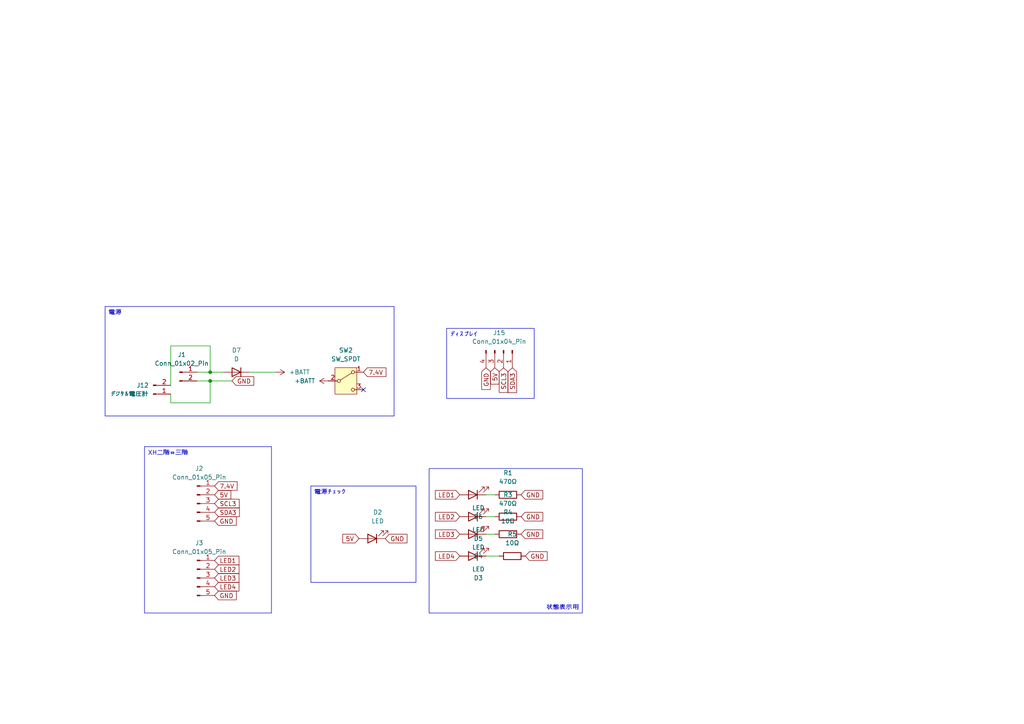
<source format=kicad_sch>
(kicad_sch (version 20250114) (generator "eeschema") (generator_version "9.0")
  (paper "A4")
  (lib_symbols
    (symbol "Connector:Conn_01x02_Pin" (pin_names (offset 1.016) (hide yes))
      (property "Reference" "J" (at 0 2.54 0))
      (property "Value" "Conn_01x02_Pin" (at 0 -5.08 0))
      (symbol "Conn_01x02_Pin_1_1"
        (rectangle (start 0.8636 0.127) (end 0 -0.127) (stroke (width 0.1524)) (fill (type outline)))
        (rectangle (start 0.8636 -2.413) (end 0 -2.667) (stroke (width 0.1524)) (fill (type outline)))
        (polyline (pts (xy 1.27 0) (xy 0.8636 0)) (stroke (width 0.1524)))
        (polyline (pts (xy 1.27 -2.54) (xy 0.8636 -2.54)) (stroke (width 0.1524)))
        (pin passive line (at 5.08 0 180) (length 3.81) (name "Pin_1") (number "1"))
        (pin passive line (at 5.08 -2.54 180) (length 3.81) (name "Pin_2") (number "2"))
      )
    )
    (symbol "Connector:Conn_01x04_Pin" (pin_names (offset 1.016) (hide yes))
      (property "Reference" "J" (at 0 5.08 0))
      (property "Value" "Conn_01x04_Pin" (at 0 -7.62 0))
      (symbol "Conn_01x04_Pin_1_1"
        (rectangle (start 0.8636 2.667) (end 0 2.413) (stroke (width 0.1524)) (fill (type outline)))
        (rectangle (start 0.8636 0.127) (end 0 -0.127) (stroke (width 0.1524)) (fill (type outline)))
        (rectangle (start 0.8636 -2.413) (end 0 -2.667) (stroke (width 0.1524)) (fill (type outline)))
        (rectangle (start 0.8636 -4.953) (end 0 -5.207) (stroke (width 0.1524)) (fill (type outline)))
        (polyline (pts (xy 1.27 2.54) (xy 0.8636 2.54)) (stroke (width 0.1524)))
        (polyline (pts (xy 1.27 0) (xy 0.8636 0)) (stroke (width 0.1524)))
        (polyline (pts (xy 1.27 -2.54) (xy 0.8636 -2.54)) (stroke (width 0.1524)))
        (polyline (pts (xy 1.27 -5.08) (xy 0.8636 -5.08)) (stroke (width 0.1524)))
        (pin passive line (at 5.08 2.54 180) (length 3.81) (name "Pin_1") (number "1"))
        (pin passive line (at 5.08 0 180) (length 3.81) (name "Pin_2") (number "2"))
        (pin passive line (at 5.08 -2.54 180) (length 3.81) (name "Pin_3") (number "3"))
        (pin passive line (at 5.08 -5.08 180) (length 3.81) (name "Pin_4") (number "4"))
      )
    )
    (symbol "Connector:Conn_01x05_Pin" (pin_names (offset 1.016) (hide yes))
      (property "Reference" "J" (at 0 7.62 0))
      (property "Value" "Conn_01x05_Pin" (at 0 -7.62 0))
      (symbol "Conn_01x05_Pin_1_1"
        (rectangle (start 0.8636 5.207) (end 0 4.953) (stroke (width 0.1524)) (fill (type outline)))
        (rectangle (start 0.8636 2.667) (end 0 2.413) (stroke (width 0.1524)) (fill (type outline)))
        (rectangle (start 0.8636 0.127) (end 0 -0.127) (stroke (width 0.1524)) (fill (type outline)))
        (rectangle (start 0.8636 -2.413) (end 0 -2.667) (stroke (width 0.1524)) (fill (type outline)))
        (rectangle (start 0.8636 -4.953) (end 0 -5.207) (stroke (width 0.1524)) (fill (type outline)))
        (polyline (pts (xy 1.27 5.08) (xy 0.8636 5.08)) (stroke (width 0.1524)))
        (polyline (pts (xy 1.27 2.54) (xy 0.8636 2.54)) (stroke (width 0.1524)))
        (polyline (pts (xy 1.27 0) (xy 0.8636 0)) (stroke (width 0.1524)))
        (polyline (pts (xy 1.27 -2.54) (xy 0.8636 -2.54)) (stroke (width 0.1524)))
        (polyline (pts (xy 1.27 -5.08) (xy 0.8636 -5.08)) (stroke (width 0.1524)))
        (pin passive line (at 5.08 5.08 180) (length 3.81) (name "Pin_1") (number "1"))
        (pin passive line (at 5.08 2.54 180) (length 3.81) (name "Pin_2") (number "2"))
        (pin passive line (at 5.08 0 180) (length 3.81) (name "Pin_3") (number "3"))
        (pin passive line (at 5.08 -2.54 180) (length 3.81) (name "Pin_4") (number "4"))
        (pin passive line (at 5.08 -5.08 180) (length 3.81) (name "Pin_5") (number "5"))
      )
    )
    (symbol "Device:D" (pin_numbers (hide yes)) (pin_names (offset 1.016) (hide yes))
      (property "Reference" "D" (at 0 2.54 0))
      (property "Value" "D" (at 0 -2.54 0))
      (symbol "D_0_1"
        (polyline (pts (xy -1.27 1.27) (xy -1.27 -1.27)) (stroke (width 0.254)))
        (polyline (pts (xy 1.27 1.27) (xy 1.27 -1.27) (xy -1.27 0) (xy 1.27 1.27)) (stroke (width 0.254)))
        (polyline (pts (xy 1.27 0) (xy -1.27 0)))
      )
      (symbol "D_1_1"
        (pin passive line (at -3.81 0 0) (length 2.54) (name "K") (number "1"))
        (pin passive line (at 3.81 0 180) (length 2.54) (name "A") (number "2"))
      )
    )
    (symbol "Device:LED" (pin_numbers (hide yes)) (pin_names (offset 1.016) (hide yes))
      (property "Reference" "D" (at 0 2.54 0))
      (property "Value" "LED" (at 0 -2.54 0))
      (symbol "LED_0_1"
        (polyline (pts (xy -3.048 -0.762) (xy -4.572 -2.286) (xy -3.81 -2.286) (xy -4.572 -2.286) (xy -4.572 -1.524)))
        (polyline (pts (xy -1.778 -0.762) (xy -3.302 -2.286) (xy -2.54 -2.286) (xy -3.302 -2.286) (xy -3.302 -1.524)))
        (polyline (pts (xy -1.27 0) (xy 1.27 0)))
        (polyline (pts (xy -1.27 -1.27) (xy -1.27 1.27)) (stroke (width 0.254)))
        (polyline (pts (xy 1.27 -1.27) (xy 1.27 1.27) (xy -1.27 0) (xy 1.27 -1.27)) (stroke (width 0.254)))
      )
      (symbol "LED_1_1"
        (pin passive line (at -3.81 0 0) (length 2.54) (name "K") (number "1"))
        (pin passive line (at 3.81 0 180) (length 2.54) (name "A") (number "2"))
      )
    )
    (symbol "Device:R" (pin_numbers (hide yes)) (pin_names (offset 0))
      (property "Reference" "R" (at 2.032 0 90))
      (property "Value" "R" (at 0 0 90))
      (symbol "R_0_1"
        (rectangle (start -1.016 -2.54) (end 1.016 2.54) (stroke (width 0.254)))
      )
      (symbol "R_1_1"
        (pin passive line (at 0 3.81 270) (length 1.27) (name "~") (number "1"))
        (pin passive line (at 0 -3.81 90) (length 1.27) (name "~") (number "2"))
      )
    )
    (symbol "Switch:SW_SPDT" (pin_names (offset 0) (hide yes))
      (property "Reference" "SW" (at 0 5.08 0))
      (property "Value" "SW_SPDT" (at 0 -5.08 0))
      (symbol "SW_SPDT_0_1"
        (circle (center -2.032 0) (radius 0.4572))
        (polyline (pts (xy -1.651 0.254) (xy 1.651 2.286)))
        (circle (center 2.032 2.54) (radius 0.4572))
        (circle (center 2.032 -2.54) (radius 0.4572))
      )
      (symbol "SW_SPDT_1_1"
        (rectangle (start -3.175 3.81) (end 3.175 -3.81) (fill (type background)))
        (pin passive line (at -5.08 0 0) (length 2.54) (name "B") (number "2"))
        (pin passive line (at 5.08 2.54 180) (length 2.54) (name "A") (number "1"))
        (pin passive line (at 5.08 -2.54 180) (length 2.54) (name "C") (number "3"))
      )
    )
    (symbol "power:+BATT" (power) (pin_numbers (hide yes)) (pin_names (offset 0) (hide yes))
      (property "Value" "+BATT" (at 0 3.556 0))
      (symbol "+BATT_0_1"
        (polyline (pts (xy -0.762 1.27) (xy 0 2.54)))
        (polyline (pts (xy 0 2.54) (xy 0.762 1.27)))
        (polyline (pts (xy 0 0) (xy 0 2.54)))
      )
      (symbol "+BATT_1_1"
        (pin power_in line (at 0 0 90) (length 0) (name "~") (number "1"))
      )
    )
  )
  (text_box "電源チェック" (at 90.17 140.97 0) (size 30.48 27.94) (margins 0.9525 0.9525 0.9525 0.9525) (effects (font (size 1.27 1.27)) (justify left top)))
  (text_box "状態表示用" (at 124.46 135.89 0) (size 44.45 41.91) (margins 0.9525 0.9525 0.9525 0.9525) (effects (font (size 1.27 1.27)) (justify right bottom)))
  (text_box "ディスプレイ\n" (at 129.54 95.25 0) (size 25.4 20.32) (margins 0.9525 0.9525 0.9525 0.9525) (effects (font (size 1.27 1.27)) (justify left top)))
  (text_box "XH二階⇔三階\n" (at 41.91 129.54 0) (size 36.83 48.26) (margins 0.9525 0.9525 0.9525 0.9525) (effects (font (size 1.27 1.27)) (justify left top)))
  (text_box "電源" (at 30.48 88.9 0) (size 83.82 31.75) (margins 0.9525 0.9525 0.9525 0.9525) (effects (font (size 1.27 1.27)) (justify left top)))
  (junction (at 60.96 107.95))
  (junction (at 60.96 110.49))
  (no_connect (at 105.41 113.03))
  (wire (pts (xy 140.97 149.86) (xy 143.51 149.86)))
  (wire (pts (xy 67.31 110.49) (xy 60.96 110.49)))
  (wire (pts (xy 140.97 161.29) (xy 144.78 161.29)))
  (wire (pts (xy 49.53 111.76) (xy 49.53 100.33)))
  (wire (pts (xy 140.97 154.94) (xy 143.51 154.94)))
  (wire (pts (xy 49.53 100.33) (xy 60.96 100.33)))
  (wire (pts (xy 60.96 110.49) (xy 60.96 116.84)))
  (wire (pts (xy 60.96 100.33) (xy 60.96 107.95)))
  (wire (pts (xy 60.96 116.84) (xy 49.53 116.84)))
  (wire (pts (xy 80.01 107.95) (xy 72.39 107.95)))
  (wire (pts (xy 60.96 110.49) (xy 57.15 110.49)))
  (wire (pts (xy 60.96 107.95) (xy 57.15 107.95)))
  (wire (pts (xy 64.77 107.95) (xy 60.96 107.95)))
  (wire (pts (xy 140.97 143.51) (xy 143.51 143.51)))
  (wire (pts (xy 49.53 114.3) (xy 49.53 116.84)))
  (global_label "LED4" (shape input) (at 62.23 170.18 0) (property "Intersheetrefs" "${INTERSHEET_REFS}" (effects (hide yes))))
  (global_label "GND" (shape input) (at 151.13 143.51 0) (property "Intersheetrefs" "${INTERSHEET_REFS}" (effects (hide yes))))
  (global_label "7.4V" (shape input) (at 105.41 107.95 0) (property "Intersheetrefs" "${INTERSHEET_REFS}" (effects (hide yes))))
  (global_label "5V" (shape input) (at 143.51 106.68 270) (property "Intersheetrefs" "${INTERSHEET_REFS}" (effects (hide yes))))
  (global_label "GND" (shape input) (at 151.13 154.94 0) (property "Intersheetrefs" "${INTERSHEET_REFS}" (effects (hide yes))))
  (global_label "SCL3" (shape input) (at 146.05 106.68 270) (property "Intersheetrefs" "${INTERSHEET_REFS}" (effects (hide yes))))
  (global_label "5V" (shape input) (at 62.23 143.51 0) (property "Intersheetrefs" "${INTERSHEET_REFS}" (effects (hide yes))))
  (global_label "LED3" (shape input) (at 133.35 154.94 180) (property "Intersheetrefs" "${INTERSHEET_REFS}" (effects (hide yes))))
  (global_label "LED2" (shape input) (at 133.35 149.86 180) (property "Intersheetrefs" "${INTERSHEET_REFS}" (effects (hide yes))))
  (global_label "7.4V" (shape input) (at 62.23 140.97 0) (property "Intersheetrefs" "${INTERSHEET_REFS}" (effects (hide yes))))
  (global_label "SDA3" (shape input) (at 148.59 106.68 270) (property "Intersheetrefs" "${INTERSHEET_REFS}" (effects (hide yes))))
  (global_label "LED4" (shape input) (at 133.35 161.29 180) (property "Intersheetrefs" "${INTERSHEET_REFS}" (effects (hide yes))))
  (global_label "GND" (shape input) (at 62.23 151.13 0) (property "Intersheetrefs" "${INTERSHEET_REFS}" (effects (hide yes))))
  (global_label "LED2" (shape input) (at 62.23 165.1 0) (property "Intersheetrefs" "${INTERSHEET_REFS}" (effects (hide yes))))
  (global_label "LED1" (shape input) (at 62.23 162.56 0) (property "Intersheetrefs" "${INTERSHEET_REFS}" (effects (hide yes))))
  (global_label "GND" (shape input) (at 62.23 172.72 0) (property "Intersheetrefs" "${INTERSHEET_REFS}" (effects (hide yes))))
  (global_label "GND" (shape input) (at 67.31 110.49 0) (property "Intersheetrefs" "${INTERSHEET_REFS}" (effects (hide yes))))
  (global_label "GND" (shape input) (at 152.4 161.29 0) (property "Intersheetrefs" "${INTERSHEET_REFS}" (effects (hide yes))))
  (global_label "GND" (shape input) (at 151.13 149.86 0) (property "Intersheetrefs" "${INTERSHEET_REFS}" (effects (hide yes))))
  (global_label "SCL3" (shape input) (at 62.23 146.05 0) (property "Intersheetrefs" "${INTERSHEET_REFS}" (effects (hide yes))))
  (global_label "GND" (shape input) (at 140.97 106.68 270) (property "Intersheetrefs" "${INTERSHEET_REFS}" (effects (hide yes))))
  (global_label "LED1" (shape input) (at 133.35 143.51 180) (property "Intersheetrefs" "${INTERSHEET_REFS}" (effects (hide yes))))
  (global_label "LED3" (shape input) (at 62.23 167.64 0) (property "Intersheetrefs" "${INTERSHEET_REFS}" (effects (hide yes))))
  (global_label "5V" (shape input) (at 104.14 156.21 180) (property "Intersheetrefs" "${INTERSHEET_REFS}" (effects (hide yes))))
  (global_label "GND" (shape input) (at 111.76 156.21 0) (property "Intersheetrefs" "${INTERSHEET_REFS}" (effects (hide yes))))
  (global_label "SDA3" (shape input) (at 62.23 148.59 0) (property "Intersheetrefs" "${INTERSHEET_REFS}" (effects (hide yes))))
  (symbol (lib_id "Device:R") (at 147.32 149.86 270) (unit 1)
    (property "Reference" "R3" (at 147.32 143.51 90))
    (property "Value" "470Ω" (at 147.32 146.05 90))
    (property "Footprint" "Resistor_THT:R_Axial_DIN0207_L6.3mm_D2.5mm_P10.16mm_Horizontal" (effects (hide yes)))
    (property "Description" "Resistor" (effects (hide yes)))
  )
  (symbol (lib_id "Device:R") (at 147.32 154.94 90) (unit 1)
    (property "Reference" "R4" (at 147.32 148.59 90))
    (property "Value" "10Ω" (at 147.32 151.13 90))
    (property "Footprint" "Resistor_THT:R_Axial_DIN0207_L6.3mm_D2.5mm_P10.16mm_Horizontal" (effects (hide yes)))
    (property "Description" "Resistor" (effects (hide yes)))
  )
  (symbol (lib_id "Connector:Conn_01x02_Pin") (at 52.07 107.95 0) (unit 1)
    (property "Reference" "J1" (at 52.705 102.87 0))
    (property "Value" "Conn_01x02_Pin" (at 52.705 105.41 0))
    (property "Footprint" "LIB_S2B-XH-A:S2BXHA" (effects (hide yes)))
    (property "Description" "Generic connector, single row, 01x02, script generated" (effects (hide yes)))
  )
  (symbol (lib_id "Device:LED") (at 107.95 156.21 180) (unit 1)
    (property "Reference" "D2" (at 109.5375 148.59 0))
    (property "Value" "LED" (at 109.5375 151.13 0))
    (property "Footprint" "Connector_PinSocket_2.54mm:PinSocket_1x02_P2.54mm_Vertical" (effects (hide yes)))
    (property "Description" "Light emitting diode" (effects (hide yes)))
    (property "Sim.Pins" "1=K 2=A" (effects (hide yes)))
  )
  (symbol (lib_id "Switch:SW_SPDT") (at 100.33 110.49 0) (unit 1)
    (property "Reference" "SW2" (at 100.33 101.6 0))
    (property "Value" "SW_SPDT" (at 100.33 104.14 0))
    (property "Footprint" "KiCad_3MS1J102M2QES:3MS1J102M2QES" (effects (hide yes)))
    (property "Description" "Switch, single pole double throw" (effects (hide yes)))
  )
  (symbol (lib_id "Device:LED") (at 137.16 154.94 180) (unit 1)
    (property "Reference" "D4" (at 138.7475 161.29 0))
    (property "Value" "LED" (at 138.7475 158.75 0))
    (property "Footprint" "Connector_PinSocket_2.54mm:PinSocket_1x02_P2.54mm_Vertical" (effects (hide yes)))
    (property "Description" "Light emitting diode" (effects (hide yes)))
    (property "Sim.Pins" "1=K 2=A" (effects (hide yes)))
  )
  (symbol (lib_id "power:+BATT") (at 80.01 107.95 270) (unit 1)
    (property "Reference" "#PWR01" (effects (hide yes)))
    (property "Value" "+BATT" (at 83.82 107.9499 90) (effects (justify left)))
    (property "Description" "Power symbol creates a global label with name \"+BATT\"" (effects (hide yes)))
  )
  (symbol (lib_id "Device:LED") (at 137.16 161.29 180) (unit 1)
    (property "Reference" "D3" (at 138.7475 167.64 0))
    (property "Value" "LED" (at 138.7475 165.1 0))
    (property "Footprint" "Connector_PinSocket_2.54mm:PinSocket_1x02_P2.54mm_Vertical" (effects (hide yes)))
    (property "Description" "Light emitting diode" (effects (hide yes)))
    (property "Sim.Pins" "1=K 2=A" (effects (hide yes)))
  )
  (symbol (lib_id "Device:LED") (at 137.16 143.51 180) (unit 1)
    (property "Reference" "D6" (at 138.7475 149.86 0))
    (property "Value" "LED" (at 138.7475 147.32 0))
    (property "Footprint" "Connector_PinSocket_2.54mm:PinSocket_1x02_P2.54mm_Vertical" (effects (hide yes)))
    (property "Description" "Light emitting diode" (effects (hide yes)))
    (property "Sim.Pins" "1=K 2=A" (effects (hide yes)))
  )
  (symbol (lib_id "Device:R") (at 148.59 161.29 90) (unit 1)
    (property "Reference" "R5" (at 148.59 154.94 90))
    (property "Value" "10Ω" (at 148.59 157.48 90))
    (property "Footprint" "Resistor_THT:R_Axial_DIN0207_L6.3mm_D2.5mm_P10.16mm_Horizontal" (effects (hide yes)))
    (property "Description" "Resistor" (effects (hide yes)))
  )
  (symbol (lib_id "Connector:Conn_01x05_Pin") (at 57.15 167.64 0) (unit 1)
    (property "Reference" "J3" (at 57.785 157.48 0))
    (property "Value" "Conn_01x05_Pin" (at 57.785 160.02 0))
    (property "Footprint" "KiCad_XH:SHDR5W64P0X250_1X5_1490X575X700P" (effects (hide yes)))
    (property "Description" "Generic connector, single row, 01x05, script generated" (effects (hide yes)))
  )
  (symbol (lib_id "Connector:Conn_01x04_Pin") (at 146.05 101.6 270) (unit 1)
    (property "Reference" "J15" (at 144.78 96.52 90))
    (property "Value" "Conn_01x04_Pin" (at 144.78 99.06 90))
    (property "Footprint" "Connector_PinSocket_2.54mm:PinSocket_1x04_P2.54mm_Vertical" (effects (hide yes)))
    (property "Description" "Generic connector, single row, 01x04, script generated" (effects (hide yes)))
  )
  (symbol (lib_id "Device:D") (at 68.58 107.95 180) (unit 1)
    (property "Reference" "D7" (at 68.58 101.6 0))
    (property "Value" "D" (at 68.58 104.14 0))
    (property "Footprint" "Diode_THT:D_DO-41_SOD81_P7.62mm_Horizontal" (effects (hide yes)))
    (property "Description" "Diode" (effects (hide yes)))
    (property "Sim.Device" "D" (effects (hide yes)))
    (property "Sim.Pins" "1=K 2=A" (effects (hide yes)))
  )
  (symbol (lib_id "power:+BATT") (at 95.25 110.49 90) (unit 1)
    (property "Reference" "#PWR02" (effects (hide yes)))
    (property "Value" "+BATT" (at 91.44 110.4899 90) (effects (justify left)))
    (property "Description" "Power symbol creates a global label with name \"+BATT\"" (effects (hide yes)))
  )
  (symbol (lib_id "Device:LED") (at 137.16 149.86 180) (unit 1)
    (property "Reference" "D5" (at 138.7475 156.21 0))
    (property "Value" "LED" (at 138.7475 153.67 0))
    (property "Footprint" "Connector_PinSocket_2.54mm:PinSocket_1x02_P2.54mm_Vertical" (effects (hide yes)))
    (property "Description" "Light emitting diode" (effects (hide yes)))
    (property "Sim.Pins" "1=K 2=A" (effects (hide yes)))
  )
  (symbol (lib_id "Device:R") (at 147.32 143.51 270) (unit 1)
    (property "Reference" "R1" (at 147.32 137.16 90))
    (property "Value" "470Ω" (at 147.32 139.7 90))
    (property "Footprint" "Resistor_THT:R_Axial_DIN0207_L6.3mm_D2.5mm_P10.16mm_Horizontal" (effects (hide yes)))
    (property "Description" "Resistor" (effects (hide yes)))
  )
  (symbol (lib_id "Connector:Conn_01x05_Pin") (at 57.15 146.05 0) (unit 1)
    (property "Reference" "J2" (at 57.785 135.89 0))
    (property "Value" "Conn_01x05_Pin" (at 57.785 138.43 0))
    (property "Footprint" "KiCad_XH:SHDR5W64P0X250_1X5_1490X575X700P" (effects (hide yes)))
    (property "Description" "Generic connector, single row, 01x05, script generated" (effects (hide yes)))
  )
  (symbol (lib_id "Connector:Conn_01x02_Pin") (at 44.45 114.3 0) (mirror x) (unit 1)
    (property "Reference" "J12" (at 43.18 111.7599 0) (effects (justify right)))
    (property "Value" "デジタル電圧計" (at 43.18 114.2999 0) (effects (justify right)))
    (property "Footprint" "Connector_PinSocket_2.54mm:PinSocket_1x02_P2.54mm_Vertical" (effects (hide yes)))
    (property "Description" "Generic connector, single row, 01x02, script generated" (effects (hide yes)))
  )
)
</source>
